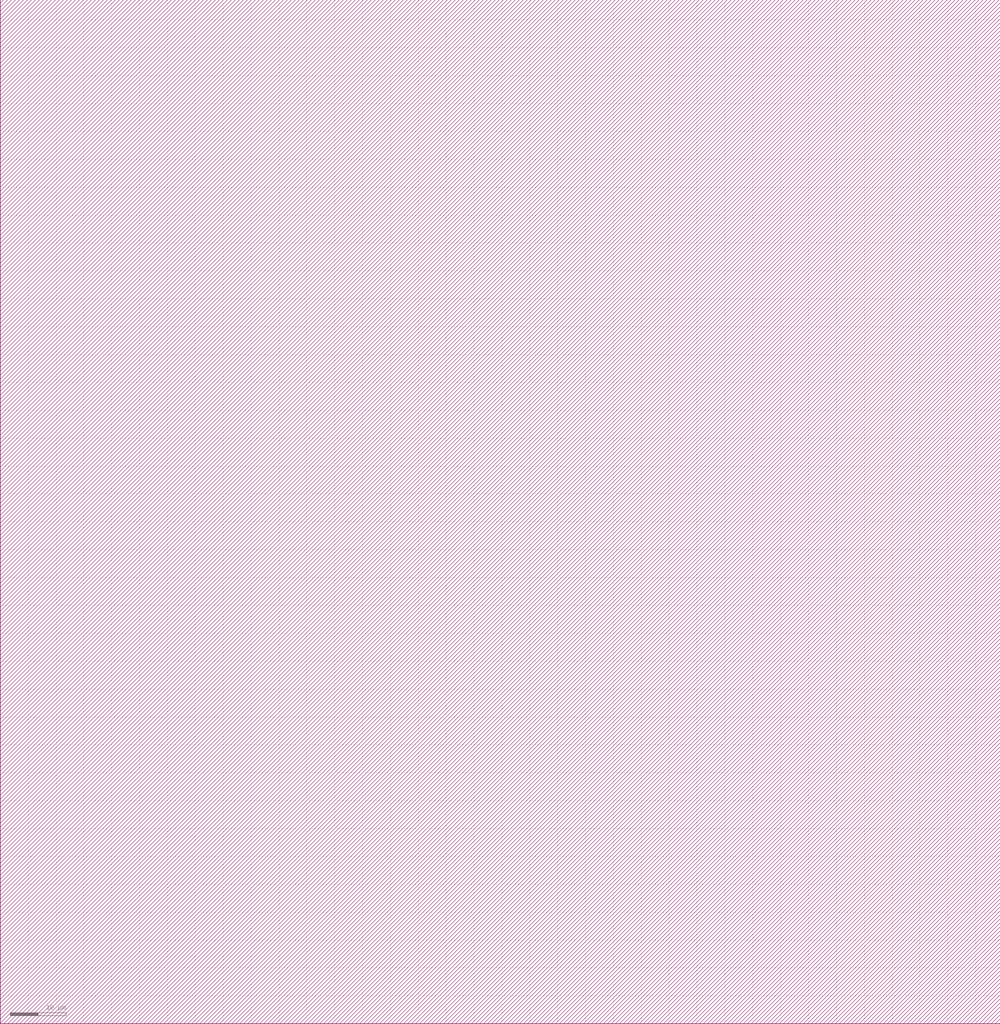
<source format=lef>
VERSION 5.6 ;

BUSBITCHARS "[]" ;

DIVIDERCHAR "/" ;

UNITS
    DATABASE MICRONS 1000 ;
END UNITS

MANUFACTURINGGRID 0.005000 ; 

CLEARANCEMEASURE EUCLIDEAN ; 

USEMINSPACING OBS ON ; 

SITE CoreSite
    CLASS CORE ;
    SIZE 0.600000 BY 0.300000 ;
END CoreSite

LAYER li
   TYPE ROUTING ;
   DIRECTION VERTICAL ;
   MINWIDTH 0.300000 ;
   AREA 0.056250 ;
   WIDTH 0.300000 ;
   SPACINGTABLE
      PARALLELRUNLENGTH 0.0
      WIDTH 0.0 0.225000 ;
   PITCH 0.600000 0.600000 ;
END li

LAYER mcon
    TYPE CUT ;
    SPACING 0.225000 ;
    WIDTH 0.300000 ;
    ENCLOSURE ABOVE 0.075000 0.075000 ;
    ENCLOSURE BELOW 0.000000 0.000000 ;
END mcon

LAYER met1
   TYPE ROUTING ;
   DIRECTION HORIZONTAL ;
   MINWIDTH 0.150000 ;
   AREA 0.084375 ;
   WIDTH 0.150000 ;
   SPACINGTABLE
      PARALLELRUNLENGTH 0.0
      WIDTH 0.0 0.150000 ;
   PITCH 0.300000 0.300000 ;
END met1

LAYER v1
    TYPE CUT ;
    SPACING 0.075000 ;
    WIDTH 0.300000 ;
    ENCLOSURE ABOVE 0.075000 0.075000 ;
    ENCLOSURE BELOW 0.075000 0.075000 ;
END v1

LAYER met2
   TYPE ROUTING ;
   DIRECTION VERTICAL ;
   MINWIDTH 0.150000 ;
   AREA 0.073125 ;
   WIDTH 0.150000 ;
   SPACINGTABLE
      PARALLELRUNLENGTH 0.0
      WIDTH 0.0 0.150000 ;
   PITCH 0.300000 0.300000 ;
END met2

LAYER v2
    TYPE CUT ;
    SPACING 0.150000 ;
    WIDTH 0.300000 ;
    ENCLOSURE ABOVE 0.075000 0.075000 ;
    ENCLOSURE BELOW 0.075000 0.000000 ;
END v2

LAYER met3
   TYPE ROUTING ;
   DIRECTION HORIZONTAL ;
   MINWIDTH 0.300000 ;
   AREA 0.241875 ;
   WIDTH 0.300000 ;
   SPACINGTABLE
      PARALLELRUNLENGTH 0.0
      WIDTH 0.0 0.300000 ;
   PITCH 0.600000 0.600000 ;
END met3

LAYER v3
    TYPE CUT ;
    SPACING 0.150000 ;
    WIDTH 0.450000 ;
    ENCLOSURE ABOVE 0.075000 0.075000 ;
    ENCLOSURE BELOW 0.075000 0.000000 ;
END v3

LAYER met4
   TYPE ROUTING ;
   DIRECTION VERTICAL ;
   MINWIDTH 0.300000 ;
   AREA 0.241875 ;
   WIDTH 0.300000 ;
   SPACINGTABLE
      PARALLELRUNLENGTH 0.0
      WIDTH 0.0 0.300000 ;
   PITCH 0.600000 0.600000 ;
END met4

LAYER v4
    TYPE CUT ;
    SPACING 0.450000 ;
    WIDTH 1.200000 ;
    ENCLOSURE ABOVE 0.150000 0.150000 ;
    ENCLOSURE BELOW 0.000000 0.000000 ;
END v4

LAYER met5
   TYPE ROUTING ;
   DIRECTION HORIZONTAL ;
   MINWIDTH 1.650000 ;
   AREA 4.005000 ;
   WIDTH 1.650000 ;
   SPACINGTABLE
      PARALLELRUNLENGTH 0.0
      WIDTH 0.0 1.650000 ;
   PITCH 3.300000 3.300000 ;
END met5

LAYER OVERLAP
   TYPE OVERLAP ;
END OVERLAP

VIA mcon_C DEFAULT
   LAYER li ;
     RECT -0.150000 -0.150000 0.150000 0.150000 ;
   LAYER mcon ;
     RECT -0.150000 -0.150000 0.150000 0.150000 ;
   LAYER met1 ;
     RECT -0.225000 -0.225000 0.225000 0.225000 ;
END mcon_C

VIA v1_C DEFAULT
   LAYER met1 ;
     RECT -0.225000 -0.225000 0.225000 0.225000 ;
   LAYER v1 ;
     RECT -0.150000 -0.150000 0.150000 0.150000 ;
   LAYER met2 ;
     RECT -0.225000 -0.225000 0.225000 0.225000 ;
END v1_C

VIA v2_C DEFAULT
   LAYER met2 ;
     RECT -0.150000 -0.225000 0.150000 0.225000 ;
   LAYER v2 ;
     RECT -0.150000 -0.150000 0.150000 0.150000 ;
   LAYER met3 ;
     RECT -0.225000 -0.225000 0.225000 0.225000 ;
END v2_C

VIA v2_Ch
   LAYER met2 ;
     RECT -0.225000 -0.150000 0.225000 0.150000 ;
   LAYER v2 ;
     RECT -0.150000 -0.150000 0.150000 0.150000 ;
   LAYER met3 ;
     RECT -0.225000 -0.225000 0.225000 0.225000 ;
END v2_Ch

VIA v2_Cv
   LAYER met2 ;
     RECT -0.150000 -0.225000 0.150000 0.225000 ;
   LAYER v2 ;
     RECT -0.150000 -0.150000 0.150000 0.150000 ;
   LAYER met3 ;
     RECT -0.225000 -0.225000 0.225000 0.225000 ;
END v2_Cv

VIA v3_C DEFAULT
   LAYER met3 ;
     RECT -0.300000 -0.225000 0.300000 0.225000 ;
   LAYER v3 ;
     RECT -0.225000 -0.225000 0.225000 0.225000 ;
   LAYER met4 ;
     RECT -0.300000 -0.300000 0.300000 0.300000 ;
END v3_C

VIA v3_Ch
   LAYER met3 ;
     RECT -0.300000 -0.225000 0.300000 0.225000 ;
   LAYER v3 ;
     RECT -0.225000 -0.225000 0.225000 0.225000 ;
   LAYER met4 ;
     RECT -0.300000 -0.300000 0.300000 0.300000 ;
END v3_Ch

VIA v3_Cv
   LAYER met3 ;
     RECT -0.300000 -0.225000 0.300000 0.225000 ;
   LAYER v3 ;
     RECT -0.225000 -0.225000 0.225000 0.225000 ;
   LAYER met4 ;
     RECT -0.300000 -0.300000 0.300000 0.300000 ;
END v3_Cv

VIA v4_C DEFAULT
   LAYER met4 ;
     RECT -0.600000 -0.600000 0.600000 0.600000 ;
   LAYER v4 ;
     RECT -0.600000 -0.600000 0.600000 0.600000 ;
   LAYER met5 ;
     RECT -0.750000 -0.750000 0.750000 0.750000 ;
END v4_C

MACRO _0_0std_0_0cells_0_0NOR2X2
    CLASS CORE ;
    FOREIGN _0_0std_0_0cells_0_0NOR2X2 0.000000 0.000000 ;
    ORIGIN 0.000000 0.000000 ;
    SIZE 3.000000 BY 5.100000 ;
    SYMMETRY X Y ;
    SITE CoreSite ;
    PIN A
        DIRECTION INPUT ;
        USE SIGNAL ;
        PORT
        LAYER li ;
        RECT 0.300000 4.500000 0.600000 4.800000 ;
        RECT 0.375000 4.275000 0.825000 4.500000 ;
        RECT 0.825000 4.275000 1.050000 4.500000 ;
        RECT 1.050000 4.275000 1.125000 4.500000 ;
        END
        ANTENNAGATEAREA 0.450000 ;
    END A
    PIN B
        DIRECTION INPUT ;
        USE SIGNAL ;
        PORT
        LAYER li ;
        RECT 1.500000 4.275000 1.575000 4.500000 ;
        RECT 1.575000 4.275000 1.800000 4.500000 ;
        RECT 1.800000 4.275000 2.700000 4.500000 ;
        RECT 2.400000 4.200000 2.700000 4.275000 ;
        END
        ANTENNAGATEAREA 0.450000 ;
    END B
    PIN Y
        DIRECTION OUTPUT ;
        USE SIGNAL ;
        PORT
        LAYER li ;
        RECT 1.200000 1.800000 1.725000 2.025000 ;
        RECT 1.200000 1.125000 1.425000 1.800000 ;
        RECT 1.200000 0.900000 1.425000 1.125000 ;
        RECT 1.200000 0.825000 1.425000 0.900000 ;
        RECT 1.725000 1.800000 1.950000 2.025000 ;
        RECT 1.950000 1.800000 2.700000 2.025000 ;
        RECT 2.400000 2.025000 2.700000 2.100000 ;
        END
        ANTENNADIFFAREA 1.125000 ;
    END Y
    PIN Vdd
        DIRECTION INPUT ;
        USE POWER ;
        PORT
        LAYER li ;
        RECT 0.675000 3.900000 0.900000 3.975000 ;
        RECT 0.675000 3.675000 0.900000 3.900000 ;
        RECT 0.675000 3.600000 0.900000 3.675000 ;
        LAYER mcon ;
        RECT 0.675000 3.675000 0.900000 3.900000 ;
        LAYER met1 ;
        RECT 0.600000 3.900000 0.975000 3.975000 ;
        RECT 0.600000 3.675000 0.675000 3.900000 ;
        RECT 0.600000 3.600000 0.975000 3.675000 ;
        RECT 0.675000 3.675000 0.900000 3.900000 ;
        RECT 0.900000 3.675000 0.975000 3.900000 ;
        END
        ANTENNADIFFAREA 0.843750 ;
    END Vdd
    PIN GND
        DIRECTION INPUT ;
        USE GROUND ;
        PORT
        LAYER li ;
        RECT 0.675000 0.750000 0.900000 0.825000 ;
        RECT 0.675000 0.525000 0.900000 0.750000 ;
        RECT 0.675000 0.450000 0.900000 0.525000 ;
        RECT 1.725000 0.450000 1.950000 0.525000 ;
        RECT 1.725000 0.750000 1.950000 0.825000 ;
        RECT 1.725000 0.525000 1.950000 0.750000 ;
        LAYER mcon ;
        RECT 0.675000 0.525000 0.900000 0.750000 ;
        RECT 1.725000 0.525000 1.950000 0.750000 ;
        LAYER met1 ;
        RECT 0.600000 0.750000 0.975000 0.825000 ;
        RECT 0.600000 0.525000 0.675000 0.750000 ;
        RECT 0.600000 0.450000 0.975000 0.525000 ;
        RECT 0.675000 0.525000 0.900000 0.750000 ;
        RECT 1.650000 0.750000 2.025000 0.825000 ;
        RECT 0.900000 0.600000 1.725000 0.750000 ;
        RECT 0.900000 0.525000 0.975000 0.600000 ;
        RECT 1.650000 0.450000 2.025000 0.525000 ;
        RECT 1.650000 0.525000 1.725000 0.600000 ;
        RECT 1.725000 0.525000 1.950000 0.750000 ;
        RECT 1.950000 0.525000 2.025000 0.750000 ;
        END
        ANTENNADIFFAREA 0.562500 ;
    END GND
END _0_0std_0_0cells_0_0NOR2X2

MACRO welltap_svt
    CLASS CORE WELLTAP ;
    FOREIGN welltap_svt 0.000000 0.000000 ;
    ORIGIN 0.000000 0.000000 ;
    SIZE 1.200000 BY 2.100000 ;
    SYMMETRY X Y ;
    SITE CoreSite ;
    PIN Vdd
        DIRECTION INPUT ;
        USE POWER ;
        PORT
        LAYER li ;
        RECT 0.525000 1.725000 0.900000 1.800000 ;
        RECT 0.525000 1.500000 0.600000 1.725000 ;
        RECT 0.525000 1.425000 0.900000 1.500000 ;
        RECT 0.600000 1.500000 0.825000 1.725000 ;
        RECT 0.825000 1.500000 0.900000 1.725000 ;
        LAYER mcon ;
        RECT 0.600000 1.500000 0.825000 1.725000 ;
        LAYER met1 ;
        RECT 0.525000 1.725000 0.900000 1.800000 ;
        RECT 0.525000 1.500000 0.600000 1.725000 ;
        RECT 0.525000 1.425000 0.900000 1.500000 ;
        RECT 0.600000 1.500000 0.825000 1.725000 ;
        RECT 0.825000 1.500000 0.900000 1.725000 ;
        END
    END Vdd
    PIN GND
        DIRECTION INPUT ;
        USE GROUND ;
        PORT
        LAYER li ;
        RECT 0.525000 0.525000 0.900000 0.600000 ;
        RECT 0.525000 0.300000 0.600000 0.525000 ;
        RECT 0.525000 0.225000 0.900000 0.300000 ;
        RECT 0.600000 0.300000 0.825000 0.525000 ;
        RECT 0.825000 0.300000 0.900000 0.525000 ;
        LAYER mcon ;
        RECT 0.600000 0.300000 0.825000 0.525000 ;
        LAYER met1 ;
        RECT 0.525000 0.525000 0.900000 0.600000 ;
        RECT 0.525000 0.300000 0.600000 0.525000 ;
        RECT 0.525000 0.225000 0.900000 0.300000 ;
        RECT 0.600000 0.300000 0.825000 0.525000 ;
        RECT 0.825000 0.300000 0.900000 0.525000 ;
        END
    END GND
END welltap_svt

MACRO circuitppnp
   CLASS CORE ;
   FOREIGN circuitppnp 0.000000 0.000000 ;
   ORIGIN 0.000000 0.000000 ; 
   SIZE 179.400000 BY 183.600000 ; 
   SYMMETRY X Y ;
   SITE CoreSite ;
END circuitppnp

MACRO circuitwell
   CLASS CORE ;
   FOREIGN circuitwell 0.000000 0.000000 ;
   ORIGIN 0.000000 0.000000 ; 
   SIZE 179.400000 BY 183.600000 ; 
   SYMMETRY X Y ;
   SITE CoreSite ;
END circuitwell


</source>
